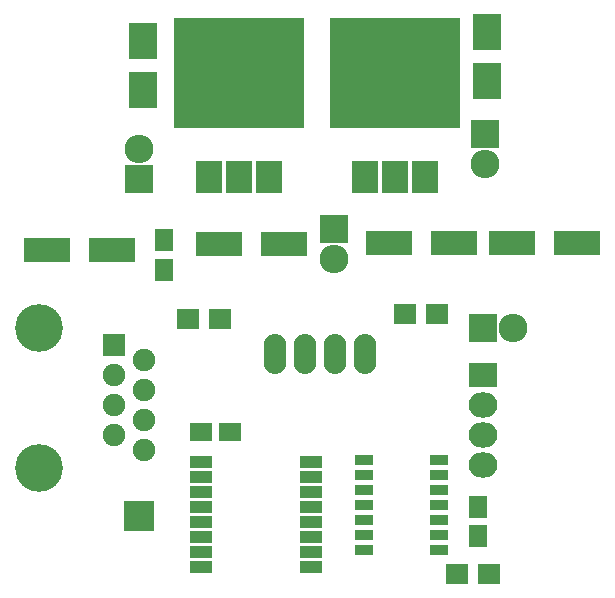
<source format=gts>
G04 #@! TF.FileFunction,Soldermask,Top*
%FSLAX46Y46*%
G04 Gerber Fmt 4.6, Leading zero omitted, Abs format (unit mm)*
G04 Created by KiCad (PCBNEW 4.0.0-stable) date 2015 December 06, Sunday 20:59:24*
%MOMM*%
G01*
G04 APERTURE LIST*
%ADD10C,0.100000*%
%ADD11R,1.650000X1.900000*%
%ADD12R,1.900000X1.650000*%
%ADD13R,1.543000X0.908000*%
%ADD14C,4.049980*%
%ADD15R,1.901140X1.901140*%
%ADD16C,1.901140*%
%ADD17R,2.432000X2.432000*%
%ADD18O,2.432000X2.432000*%
%ADD19R,2.432000X2.127200*%
%ADD20O,2.432000X2.127200*%
%ADD21R,2.635200X2.635200*%
%ADD22R,1.900000X1.700000*%
%ADD23R,1.900000X1.000000*%
%ADD24R,11.068000X9.290000*%
%ADD25R,2.178000X2.686000*%
%ADD26O,1.901140X3.399740*%
%ADD27R,3.999180X2.000200*%
%ADD28R,2.429460X3.051760*%
G04 APERTURE END LIST*
D10*
D11*
X137600000Y-100150000D03*
X137600000Y-102650000D03*
D12*
X143250000Y-116400000D03*
X140750000Y-116400000D03*
D11*
X164200000Y-125250000D03*
X164200000Y-122750000D03*
D13*
X160902000Y-126410000D03*
X160902000Y-125140000D03*
X160902000Y-123870000D03*
X160902000Y-122600000D03*
X160902000Y-121330000D03*
X160902000Y-120060000D03*
X160902000Y-118790000D03*
X154552000Y-118790000D03*
X154552000Y-120060000D03*
X154552000Y-122600000D03*
X154552000Y-123870000D03*
X154552000Y-125140000D03*
X154552000Y-126410000D03*
X154552000Y-121330000D03*
D14*
X127000000Y-119438520D03*
X127000000Y-107569100D03*
D15*
X133350000Y-109055000D03*
D16*
X135890000Y-110325000D03*
X133350000Y-111595000D03*
X135890000Y-112865000D03*
X133350000Y-114135000D03*
X135890000Y-115405000D03*
X133350000Y-116675000D03*
X135890000Y-117945000D03*
D17*
X152000000Y-99200000D03*
D18*
X152000000Y-101740000D03*
D17*
X164600000Y-107600000D03*
D18*
X167140000Y-107600000D03*
D17*
X135500000Y-95000000D03*
D18*
X135500000Y-92460000D03*
D19*
X164600000Y-111600000D03*
D20*
X164600000Y-114140000D03*
X164600000Y-116680000D03*
X164600000Y-119220000D03*
D17*
X164800000Y-91200000D03*
D18*
X164800000Y-93740000D03*
D21*
X135500000Y-123500000D03*
D22*
X162450000Y-128400000D03*
X165150000Y-128400000D03*
D23*
X150050000Y-127845000D03*
X150050000Y-126575000D03*
X150050000Y-125305000D03*
X150050000Y-124035000D03*
X150050000Y-122765000D03*
X150050000Y-121495000D03*
X150050000Y-120225000D03*
X150050000Y-118955000D03*
X140750000Y-118955000D03*
X140750000Y-120225000D03*
X140750000Y-121495000D03*
X140750000Y-122765000D03*
X140750000Y-124035000D03*
X140750000Y-125305000D03*
X140750000Y-126575000D03*
X140750000Y-127845000D03*
D24*
X144000000Y-86037000D03*
D25*
X144000000Y-94800000D03*
X141460000Y-94800000D03*
X146540000Y-94800000D03*
D24*
X157200000Y-86037000D03*
D25*
X157200000Y-94800000D03*
X154660000Y-94800000D03*
X159740000Y-94800000D03*
D26*
X154600000Y-109800000D03*
X152060000Y-109800000D03*
X149520000Y-109800000D03*
X146980000Y-109800000D03*
D27*
X133250820Y-101000000D03*
X127749180Y-101000000D03*
X147750820Y-100500000D03*
X142249180Y-100500000D03*
X172550820Y-100400000D03*
X167049180Y-100400000D03*
X156649180Y-100400000D03*
X162150820Y-100400000D03*
D28*
X165000000Y-86685340D03*
X165000000Y-82514660D03*
X135800000Y-83314660D03*
X135800000Y-87485340D03*
D22*
X158050000Y-106400000D03*
X160750000Y-106400000D03*
X139650000Y-106800000D03*
X142350000Y-106800000D03*
M02*

</source>
